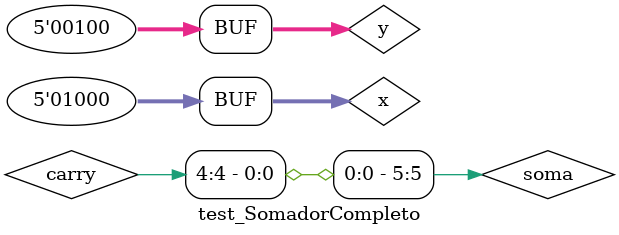
<source format=v>
/*
    -identificação: 

Guia_0801 - 19 / 09 / 2024

Nome: Davi Cândido de Almeida
Matricula: 857859
Código de Pessoa: 1527368

*/



// -------------------------
// meio somador (half adder)
// -------------------------
module SomaComum ( output s1, output s0, input a, input b );

    xor XOR1 (s0, a, b);  // Soma parcial
    and AND1 (s1, a, b);  // Carry-out (vai-um)
endmodule // SomaComum

// -------------------------
// somador completo (full adder)
// -------------------------
module SomadorCompleto ( output s1, output s0, input a, input b, input carryIn );

    wire res_Xor, carry1, carry2;
    
    // Dois meios somadores para implementar o somador completo
    SomaComum HA1 (carry1, res_Xor, a, b);     // Primeiro meio somador
    SomaComum HA2 (carry2, s0, res_Xor, carryIn);  // Segundo meio somador
    
    // O carry-out é a OR dos dois carries intermediários
    or OR1 (s1, carry1, carry2);
endmodule // SomadorCompleto

// -------------------------
// modulo de teste para o full adder
// -------------------------
module test_SomadorCompleto;
    // ------------------------- definir dados

    reg [4:0] x;           // Registradores de 4 bits para armazenar operandos
    reg [4:0] y;
    wire [4:0] carry;       // "Carry" de 4 bits (vai-um)
    wire [5:0] soma;        // Soma de 5 bits para acomodar carry-out final
    
    // Instanciando os somadores completos
    SomadorCompleto FA0 (carry[0], soma[0], x[0], y[0], 1'b0); // Primeiro bit
    SomadorCompleto FA1 (carry[1], soma[1], x[1], y[1], carry[0]); // Segundo bit
    SomadorCompleto FA2 (carry[2], soma[2], x[2], y[2], carry[1]); // Terceiro bit
    SomadorCompleto FA3 (carry[3], soma[3], x[3], y[3], carry[2]); // Quarto bit
    SomadorCompleto FA4 (carry[4], soma[4], x[4], y[4], carry[3]); // quinto bit
    
    // Carry-out final para o quinto bit
    assign soma[5] = carry[4];
    
    // ------------------------- parte principal
    initial begin
        $display("Guia_0801 - Davi Cândido de Almeida - 857859");
        $display("Test Somador Completo");
        
        // Inicializar os valores de x e y
        x = 5'b01010; // Exemplo de valor binário (10 em decimal)
        y = 5'b00101; // Exemplo de valor binário (5 em decimal)
        
        // Exibir os resultados da soma e do carry
        #1 $monitor("x = %b, y = %b, soma = %b, carry = %b", x, y, soma, carry);

        #1 x = 5'b00000; /* (0 em decimal)*/  y = 5'b00000; //  (0 em decimal)
        #1 x = 5'b00001; /* (1 em decimal)*/  y = 5'b00000; //  (0 em decimal)
        #1 x = 5'b00001; /* (1 em decimal)*/  y = 5'b00001; //  (1 em decimal)
        #1 x = 5'b00010; /* (2 em decimal)*/  y = 5'b00001; //  (1 em decimal)
        #1 x = 5'b00011; /* (3 em decimal)*/  y = 5'b00001; //  (1 em decimal)
        #1 x = 5'b00100; /* (4 em decimal)*/  y = 5'b00010; //  (2 em decimal)
        #1 x = 5'b00101; /* (5 em decimal)*/  y = 5'b00010; //  (2 em decimal)
        #1 x = 5'b01000; /* (8 em decimal)*/  y = 5'b00100; //  (4 em decimal)
     

    end
endmodule // test_SomadorCompleto


/*
    -Saídas de resultados:

Test Somador Completo
x = 01010, y = 00101, soma = 001111, carry = 00000
x = 00000, y = 00000, soma = 000000, carry = 00000
x = 00001, y = 00000, soma = 000001, carry = 00000
x = 00001, y = 00001, soma = 000010, carry = 00001
x = 00010, y = 00001, soma = 000011, carry = 00000
x = 00011, y = 00001, soma = 000100, carry = 00011
x = 00100, y = 00010, soma = 000110, carry = 00000
x = 00101, y = 00010, soma = 000111, carry = 00000
x = 01000, y = 00100, soma = 001100, carry = 00000

*/

/*
    -Notas:

Para compilar: iverilog -o Guia_0801.vvp Guia_0801.v
Para executar: vvp Guia_0801.vvp
*/


</source>
